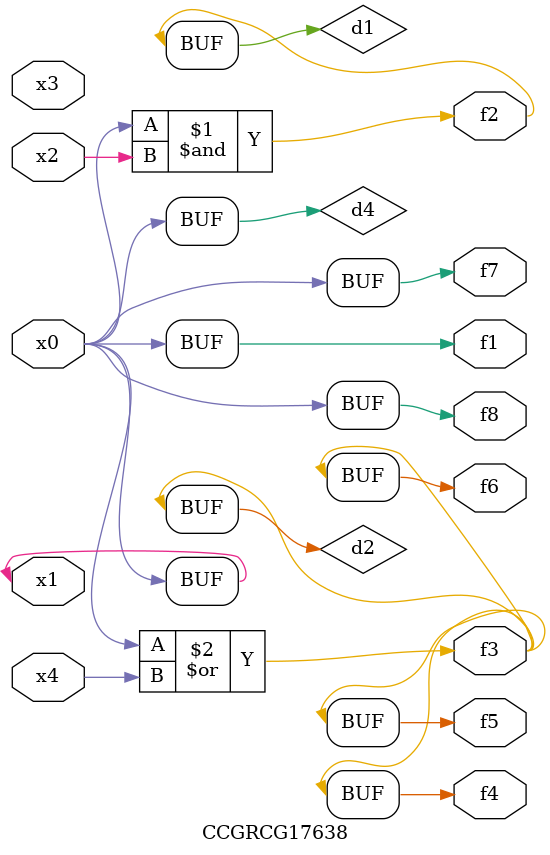
<source format=v>
module CCGRCG17638(
	input x0, x1, x2, x3, x4,
	output f1, f2, f3, f4, f5, f6, f7, f8
);

	wire d1, d2, d3, d4;

	and (d1, x0, x2);
	or (d2, x0, x4);
	nand (d3, x0, x2);
	buf (d4, x0, x1);
	assign f1 = d4;
	assign f2 = d1;
	assign f3 = d2;
	assign f4 = d2;
	assign f5 = d2;
	assign f6 = d2;
	assign f7 = d4;
	assign f8 = d4;
endmodule

</source>
